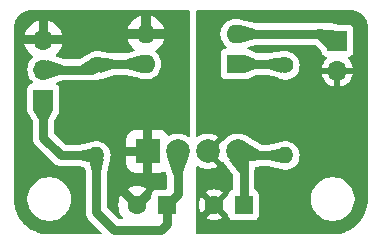
<source format=gbr>
%TF.GenerationSoftware,KiCad,Pcbnew,8.0.7*%
%TF.CreationDate,2025-01-25T10:49:13-05:00*%
%TF.ProjectId,isolated_probe,69736f6c-6174-4656-945f-70726f62652e,rev?*%
%TF.SameCoordinates,PX90013c0PY5d75c80*%
%TF.FileFunction,Copper,L2,Bot*%
%TF.FilePolarity,Positive*%
%FSLAX46Y46*%
G04 Gerber Fmt 4.6, Leading zero omitted, Abs format (unit mm)*
G04 Created by KiCad (PCBNEW 8.0.7) date 2025-01-25 10:49:13*
%MOMM*%
%LPD*%
G01*
G04 APERTURE LIST*
%TA.AperFunction,ComponentPad*%
%ADD10R,1.600000X1.600000*%
%TD*%
%TA.AperFunction,ComponentPad*%
%ADD11C,1.600000*%
%TD*%
%TA.AperFunction,ComponentPad*%
%ADD12C,1.400000*%
%TD*%
%TA.AperFunction,ComponentPad*%
%ADD13O,1.400000X1.400000*%
%TD*%
%TA.AperFunction,ComponentPad*%
%ADD14O,1.600000X1.600000*%
%TD*%
%TA.AperFunction,ComponentPad*%
%ADD15R,1.700000X1.700000*%
%TD*%
%TA.AperFunction,ComponentPad*%
%ADD16O,1.700000X1.700000*%
%TD*%
%TA.AperFunction,ComponentPad*%
%ADD17R,2.000000X2.000000*%
%TD*%
%TA.AperFunction,ComponentPad*%
%ADD18C,2.000000*%
%TD*%
%TA.AperFunction,Conductor*%
%ADD19C,0.800000*%
%TD*%
G04 APERTURE END LIST*
D10*
%TO.P,C1,1*%
%TO.N,+5V*%
X14455113Y-18000000D03*
D11*
%TO.P,C1,2*%
%TO.N,GND*%
X11955113Y-18000000D03*
%TD*%
D10*
%TO.P,C2,1*%
%TO.N,/+5V_ISOLATED*%
X20955113Y-18000000D03*
D11*
%TO.P,C2,2*%
%TO.N,GND1*%
X18455113Y-18000000D03*
%TD*%
D12*
%TO.P,R2,1*%
%TO.N,Net-(R2-Pad1)*%
X24500000Y-6190000D03*
D13*
%TO.P,R2,2*%
%TO.N,/+5V_ISOLATED*%
X24500000Y-13810000D03*
%TD*%
D12*
%TO.P,R1,1*%
%TO.N,/PROBE*%
X8500000Y-6190000D03*
D13*
%TO.P,R1,2*%
%TO.N,+5V*%
X8500000Y-13810000D03*
%TD*%
D10*
%TO.P,U2,1*%
%TO.N,Net-(R2-Pad1)*%
X20300000Y-6075000D03*
D14*
%TO.P,U2,2*%
%TO.N,/PROBE_ISOLATED*%
X20300000Y-3535000D03*
%TO.P,U2,3*%
%TO.N,GND*%
X12680000Y-3535000D03*
%TO.P,U2,4*%
%TO.N,/PROBE*%
X12680000Y-6075000D03*
%TD*%
D15*
%TO.P,J2,1,Pin_1*%
%TO.N,/PROBE_ISOLATED*%
X28900000Y-4100000D03*
D16*
%TO.P,J2,2,Pin_2*%
%TO.N,GND1*%
X28900000Y-6640000D03*
%TD*%
D15*
%TO.P,J1,1,Pin_1*%
%TO.N,+5V*%
X4000000Y-9080000D03*
D16*
%TO.P,J1,2,Pin_2*%
%TO.N,/PROBE*%
X4000000Y-6540000D03*
%TO.P,J1,3,Pin_3*%
%TO.N,GND*%
X4000000Y-4000000D03*
%TD*%
D17*
%TO.P,U1,1,-Vin*%
%TO.N,GND*%
X12832500Y-13457500D03*
D18*
%TO.P,U1,2,+Vin*%
%TO.N,+5V*%
X15372500Y-13457500D03*
%TO.P,U1,3,-Vout*%
%TO.N,GND1*%
X17912500Y-13457500D03*
%TO.P,U1,4,+Vout*%
%TO.N,/+5V_ISOLATED*%
X20452500Y-13457500D03*
%TD*%
D19*
%TO.N,+5V*%
X14000000Y-20100000D02*
X10000000Y-20100000D01*
X14455113Y-19644887D02*
X14000000Y-20100000D01*
X14455113Y-18000000D02*
X14455113Y-19644887D01*
X10000000Y-20100000D02*
X8500000Y-18600000D01*
X8500000Y-18600000D02*
X8500000Y-13810000D01*
X8500000Y-13810000D02*
X5510000Y-13810000D01*
X5510000Y-13810000D02*
X4000000Y-12300000D01*
X4000000Y-12300000D02*
X4000000Y-9080000D01*
X15372500Y-13457500D02*
X15372500Y-17082613D01*
X15372500Y-17082613D02*
X14455113Y-18000000D01*
%TO.N,/+5V_ISOLATED*%
X24500000Y-13810000D02*
X20805000Y-13810000D01*
X20805000Y-13810000D02*
X20452500Y-13457500D01*
X20955113Y-18000000D02*
X20955113Y-13960113D01*
X20955113Y-13960113D02*
X20452500Y-13457500D01*
%TO.N,/PROBE*%
X4000000Y-6540000D02*
X8150000Y-6540000D01*
X8150000Y-6540000D02*
X8500000Y-6190000D01*
X12680000Y-6075000D02*
X8615000Y-6075000D01*
X8615000Y-6075000D02*
X8500000Y-6190000D01*
%TO.N,Net-(R2-Pad1)*%
X20300000Y-6075000D02*
X24385000Y-6075000D01*
X24385000Y-6075000D02*
X24500000Y-6190000D01*
%TO.N,/PROBE_ISOLATED*%
X20300000Y-3535000D02*
X28335000Y-3535000D01*
X28335000Y-3535000D02*
X28900000Y-4100000D01*
%TD*%
%TA.AperFunction,Conductor*%
%TO.N,GND*%
G36*
X16343039Y-1520185D02*
G01*
X16388794Y-1572989D01*
X16400000Y-1624500D01*
X16400000Y-12102153D01*
X16380315Y-12169192D01*
X16327511Y-12214947D01*
X16258353Y-12224891D01*
X16199839Y-12200007D01*
X16199738Y-12199928D01*
X16196009Y-12197026D01*
X16196008Y-12197025D01*
X15977311Y-12078672D01*
X15977302Y-12078669D01*
X15742116Y-11997929D01*
X15496835Y-11957000D01*
X15248165Y-11957000D01*
X15002883Y-11997929D01*
X14767694Y-12078670D01*
X14767686Y-12078673D01*
X14699432Y-12115610D01*
X14631103Y-12130204D01*
X14565731Y-12105540D01*
X14535422Y-12072526D01*
X14461922Y-11955551D01*
X14334448Y-11828077D01*
X14181801Y-11732163D01*
X14011641Y-11672622D01*
X13877430Y-11657500D01*
X13232500Y-11657500D01*
X13232500Y-13150394D01*
X13139507Y-13057401D01*
X13025493Y-12991575D01*
X12898326Y-12957500D01*
X12766674Y-12957500D01*
X12639507Y-12991575D01*
X12525493Y-13057401D01*
X12432401Y-13150493D01*
X12366575Y-13264507D01*
X12332500Y-13391674D01*
X12332500Y-13523326D01*
X12366575Y-13650493D01*
X12432401Y-13764507D01*
X12525493Y-13857599D01*
X12639507Y-13923425D01*
X12766674Y-13957500D01*
X12898326Y-13957500D01*
X13025493Y-13923425D01*
X13139507Y-13857599D01*
X13232500Y-13764606D01*
X13232500Y-15257500D01*
X13877430Y-15257500D01*
X13877430Y-15257499D01*
X14011641Y-15242377D01*
X14181798Y-15182837D01*
X14181806Y-15182833D01*
X14188501Y-15178627D01*
X14255737Y-15159625D01*
X14322573Y-15179991D01*
X14367788Y-15233258D01*
X14372441Y-15245407D01*
X14381811Y-15274334D01*
X14465966Y-15534136D01*
X14472000Y-15572345D01*
X14472000Y-16575500D01*
X14452315Y-16642539D01*
X14399511Y-16688294D01*
X14348000Y-16699500D01*
X13607242Y-16699500D01*
X13607236Y-16699501D01*
X13547629Y-16705908D01*
X13412784Y-16756202D01*
X13412777Y-16756206D01*
X13297568Y-16842452D01*
X13297565Y-16842455D01*
X13211319Y-16957664D01*
X13211315Y-16957671D01*
X13161021Y-17092517D01*
X13154614Y-17152116D01*
X13154613Y-17152135D01*
X13154613Y-17314823D01*
X13134928Y-17381862D01*
X13118294Y-17402504D01*
X12325636Y-18195161D01*
X12294502Y-18212161D01*
X12327854Y-18154394D01*
X12355113Y-18052661D01*
X12355113Y-17947339D01*
X12327854Y-17845606D01*
X12275193Y-17754394D01*
X12200719Y-17679920D01*
X12109507Y-17627259D01*
X12007774Y-17600000D01*
X11902452Y-17600000D01*
X11800719Y-17627259D01*
X11709507Y-17679920D01*
X11635033Y-17754394D01*
X11582372Y-17845606D01*
X11555113Y-17947339D01*
X11555113Y-18052661D01*
X11582372Y-18154394D01*
X11618486Y-18216946D01*
X11584589Y-18195161D01*
X10576655Y-17187226D01*
X10576654Y-17187226D01*
X10525096Y-17271364D01*
X10525090Y-17271376D01*
X10428716Y-17504043D01*
X10369925Y-17748927D01*
X10350165Y-18000000D01*
X10369925Y-18251072D01*
X10428716Y-18495956D01*
X10525093Y-18728631D01*
X10656681Y-18943362D01*
X10656684Y-18943367D01*
X10700756Y-18994968D01*
X10729327Y-19058729D01*
X10718890Y-19127815D01*
X10672760Y-19180291D01*
X10606466Y-19199500D01*
X10424361Y-19199500D01*
X10357322Y-19179815D01*
X10336680Y-19163181D01*
X9436819Y-18263319D01*
X9403334Y-18201996D01*
X9400500Y-18175638D01*
X9400500Y-16621541D01*
X11142339Y-16621541D01*
X11142339Y-16621542D01*
X11955112Y-17434314D01*
X12767885Y-16621542D01*
X12683742Y-16569980D01*
X12683736Y-16569977D01*
X12451069Y-16473603D01*
X12206185Y-16414812D01*
X11955113Y-16395052D01*
X11704040Y-16414812D01*
X11459156Y-16473603D01*
X11226489Y-16569977D01*
X11226477Y-16569983D01*
X11142339Y-16621541D01*
X9400500Y-16621541D01*
X9400500Y-15300737D01*
X9403341Y-15274344D01*
X9571559Y-14502430D01*
X11032500Y-14502430D01*
X11047622Y-14636641D01*
X11107163Y-14806801D01*
X11203077Y-14959448D01*
X11330551Y-15086922D01*
X11483198Y-15182836D01*
X11653358Y-15242377D01*
X11787569Y-15257499D01*
X11787570Y-15257500D01*
X12432500Y-15257500D01*
X12432500Y-13857500D01*
X11032500Y-13857500D01*
X11032500Y-14502430D01*
X9571559Y-14502430D01*
X9637580Y-14199477D01*
X9639446Y-14192043D01*
X9685115Y-14031536D01*
X9705643Y-13810000D01*
X9685115Y-13588464D01*
X9624229Y-13374472D01*
X9569473Y-13264507D01*
X9525061Y-13175316D01*
X9525056Y-13175308D01*
X9390979Y-12997761D01*
X9226562Y-12847876D01*
X9226560Y-12847874D01*
X9037404Y-12730754D01*
X9037398Y-12730752D01*
X9026544Y-12726547D01*
X8829940Y-12650382D01*
X8611243Y-12609500D01*
X8388757Y-12609500D01*
X8279408Y-12629941D01*
X8170058Y-12650382D01*
X8170050Y-12650385D01*
X8125563Y-12667619D01*
X8107174Y-12673148D01*
X7035663Y-12906656D01*
X7009260Y-12909500D01*
X5934361Y-12909500D01*
X5867322Y-12889815D01*
X5846680Y-12873181D01*
X5386069Y-12412569D01*
X11032500Y-12412569D01*
X11032500Y-13057500D01*
X12432500Y-13057500D01*
X12432500Y-11657500D01*
X11787570Y-11657500D01*
X11653358Y-11672622D01*
X11483198Y-11732163D01*
X11330551Y-11828077D01*
X11203077Y-11955551D01*
X11107163Y-12108198D01*
X11047622Y-12278358D01*
X11032500Y-12412569D01*
X5386069Y-12412569D01*
X4936819Y-11963319D01*
X4903334Y-11901996D01*
X4900500Y-11875638D01*
X4900500Y-10945797D01*
X4914910Y-10887779D01*
X5289473Y-10180270D01*
X5289638Y-10179957D01*
X5290383Y-10178574D01*
X5293789Y-10172339D01*
X5293796Y-10172331D01*
X5308746Y-10132244D01*
X5309064Y-10131405D01*
X5336506Y-10059668D01*
X5336508Y-10059664D01*
X5336510Y-10059652D01*
X5337640Y-10056063D01*
X5337695Y-10056080D01*
X5340346Y-10047520D01*
X5344091Y-10037483D01*
X5350500Y-9977873D01*
X5350499Y-8182128D01*
X5344091Y-8122517D01*
X5293796Y-7987669D01*
X5293795Y-7987668D01*
X5293793Y-7987664D01*
X5207547Y-7872456D01*
X5207548Y-7872456D01*
X5207546Y-7872454D01*
X5147054Y-7827170D01*
X5105185Y-7771238D01*
X5100201Y-7701546D01*
X5133686Y-7640223D01*
X5187902Y-7608506D01*
X5770924Y-7445101D01*
X5804388Y-7440500D01*
X7193669Y-7440500D01*
X7206555Y-7441171D01*
X7239859Y-7444651D01*
X7239866Y-7444650D01*
X7239870Y-7444651D01*
X7344706Y-7440593D01*
X7349502Y-7440500D01*
X8238693Y-7440500D01*
X8238694Y-7440499D01*
X8412666Y-7405895D01*
X8412680Y-7405888D01*
X8418491Y-7404127D01*
X8418787Y-7405104D01*
X8452505Y-7397716D01*
X8508319Y-7395556D01*
X8552161Y-7391943D01*
X8552163Y-7391942D01*
X8557919Y-7391468D01*
X8557935Y-7391665D01*
X8571205Y-7390500D01*
X8611241Y-7390500D01*
X8611243Y-7390500D01*
X8829940Y-7349618D01*
X8900039Y-7322460D01*
X8923552Y-7315928D01*
X8934875Y-7313957D01*
X9954057Y-6981610D01*
X9992500Y-6975500D01*
X10979799Y-6975500D01*
X11011235Y-6979550D01*
X12213644Y-7294688D01*
X12228380Y-7300006D01*
X12228423Y-7299889D01*
X12233498Y-7301736D01*
X12233504Y-7301739D01*
X12233509Y-7301740D01*
X12233511Y-7301741D01*
X12279099Y-7313956D01*
X12453308Y-7360635D01*
X12615230Y-7374801D01*
X12679998Y-7380468D01*
X12680000Y-7380468D01*
X12680002Y-7380468D01*
X12736673Y-7375509D01*
X12906692Y-7360635D01*
X13126496Y-7301739D01*
X13332734Y-7205568D01*
X13519139Y-7075047D01*
X13680047Y-6914139D01*
X13810568Y-6727734D01*
X13906739Y-6521496D01*
X13965635Y-6301692D01*
X13985468Y-6075000D01*
X13965635Y-5848308D01*
X13906739Y-5628504D01*
X13810568Y-5422266D01*
X13680047Y-5235861D01*
X13680045Y-5235858D01*
X13520210Y-5076023D01*
X13486725Y-5014700D01*
X13491709Y-4945008D01*
X13533581Y-4889075D01*
X13543102Y-4882614D01*
X13623366Y-4833429D01*
X13623367Y-4833428D01*
X13814869Y-4669869D01*
X13978428Y-4478367D01*
X13978431Y-4478362D01*
X14110019Y-4263631D01*
X14206396Y-4030956D01*
X14229433Y-3935000D01*
X12732661Y-3935000D01*
X12834394Y-3907741D01*
X12925606Y-3855080D01*
X13000080Y-3780606D01*
X13052741Y-3689394D01*
X13080000Y-3587661D01*
X13080000Y-3482339D01*
X13052741Y-3380606D01*
X13000080Y-3289394D01*
X12925606Y-3214920D01*
X12834394Y-3162259D01*
X12732661Y-3135000D01*
X13080000Y-3135000D01*
X14229433Y-3135000D01*
X14229432Y-3134999D01*
X14206396Y-3039043D01*
X14110019Y-2806368D01*
X13978431Y-2591637D01*
X13978428Y-2591632D01*
X13814869Y-2400130D01*
X13623367Y-2236571D01*
X13623362Y-2236568D01*
X13408631Y-2104980D01*
X13175956Y-2008603D01*
X13080000Y-1985567D01*
X13080000Y-3135000D01*
X12732661Y-3135000D01*
X12627339Y-3135000D01*
X12525606Y-3162259D01*
X12434394Y-3214920D01*
X12359920Y-3289394D01*
X12307259Y-3380606D01*
X12280000Y-3482339D01*
X12280000Y-3587661D01*
X12307259Y-3689394D01*
X12359920Y-3780606D01*
X12434394Y-3855080D01*
X12525606Y-3907741D01*
X12627339Y-3935000D01*
X11130567Y-3935000D01*
X11153603Y-4030956D01*
X11249980Y-4263631D01*
X11381568Y-4478362D01*
X11381571Y-4478367D01*
X11545130Y-4669869D01*
X11687830Y-4791747D01*
X11726023Y-4850254D01*
X11726522Y-4920122D01*
X11689168Y-4979168D01*
X11638736Y-5005986D01*
X11239002Y-5110753D01*
X11011231Y-5170449D01*
X10979796Y-5174500D01*
X9955999Y-5174500D01*
X9938743Y-5172725D01*
X9938676Y-5173227D01*
X9934289Y-5172637D01*
X9934287Y-5172637D01*
X9587550Y-5126057D01*
X8717109Y-5009123D01*
X8710835Y-5008116D01*
X8625277Y-4992123D01*
X8611243Y-4989500D01*
X8611242Y-4989500D01*
X8574061Y-4989500D01*
X8561648Y-4988877D01*
X8560045Y-4988715D01*
X8547073Y-4987410D01*
X8545550Y-4987308D01*
X8545530Y-4987307D01*
X8452012Y-4989117D01*
X8446310Y-4989500D01*
X8388757Y-4989500D01*
X8170060Y-5030382D01*
X8104463Y-5055794D01*
X7962602Y-5110751D01*
X7839805Y-5186783D01*
X7836962Y-5188491D01*
X7693424Y-5272138D01*
X7091968Y-5622636D01*
X7029537Y-5639500D01*
X5804390Y-5639500D01*
X5770926Y-5634899D01*
X5469857Y-5550517D01*
X5133003Y-5456105D01*
X5073764Y-5419058D01*
X5043957Y-5355866D01*
X5053047Y-5286590D01*
X5085937Y-5242416D01*
X5170331Y-5170336D01*
X5339008Y-4972841D01*
X5339009Y-4972840D01*
X5474707Y-4751400D01*
X5474709Y-4751397D01*
X5574097Y-4511452D01*
X5600854Y-4400000D01*
X4307106Y-4400000D01*
X4400099Y-4307007D01*
X4465925Y-4192993D01*
X4500000Y-4065826D01*
X4500000Y-3934174D01*
X4465925Y-3807007D01*
X4400099Y-3692993D01*
X4307106Y-3600000D01*
X4400000Y-3600000D01*
X5600854Y-3600000D01*
X5600853Y-3599999D01*
X5574097Y-3488547D01*
X5474709Y-3248602D01*
X5474707Y-3248599D01*
X5405093Y-3134999D01*
X11130567Y-3134999D01*
X11130567Y-3135000D01*
X12280000Y-3135000D01*
X12280000Y-1985567D01*
X12279999Y-1985567D01*
X12184043Y-2008603D01*
X11951368Y-2104980D01*
X11736637Y-2236568D01*
X11736632Y-2236571D01*
X11545130Y-2400130D01*
X11381571Y-2591632D01*
X11381568Y-2591637D01*
X11249980Y-2806368D01*
X11153603Y-3039043D01*
X11130567Y-3134999D01*
X5405093Y-3134999D01*
X5339009Y-3027159D01*
X5339008Y-3027158D01*
X5170333Y-2829666D01*
X4972841Y-2660991D01*
X4972840Y-2660990D01*
X4751400Y-2525292D01*
X4751397Y-2525290D01*
X4511452Y-2425902D01*
X4400000Y-2399146D01*
X4400000Y-3600000D01*
X4307106Y-3600000D01*
X4307007Y-3599901D01*
X4192993Y-3534075D01*
X4065826Y-3500000D01*
X3934174Y-3500000D01*
X3807007Y-3534075D01*
X3692993Y-3599901D01*
X3599901Y-3692993D01*
X3534075Y-3807007D01*
X3500000Y-3934174D01*
X3500000Y-4065826D01*
X3534075Y-4192993D01*
X3599901Y-4307007D01*
X3692894Y-4400000D01*
X2399146Y-4400000D01*
X2425902Y-4511452D01*
X2525290Y-4751397D01*
X2525292Y-4751400D01*
X2660990Y-4972840D01*
X2660991Y-4972841D01*
X2829666Y-5170333D01*
X3027158Y-5339008D01*
X3027160Y-5339009D01*
X3056695Y-5357109D01*
X3103571Y-5408921D01*
X3114993Y-5477851D01*
X3087335Y-5542014D01*
X3079586Y-5550517D01*
X2961505Y-5668597D01*
X2825965Y-5862169D01*
X2825964Y-5862171D01*
X2732401Y-6062816D01*
X2726721Y-6075000D01*
X2726098Y-6076335D01*
X2726094Y-6076344D01*
X2664938Y-6304586D01*
X2664936Y-6304596D01*
X2644341Y-6539999D01*
X2644341Y-6540000D01*
X2664936Y-6775403D01*
X2664938Y-6775413D01*
X2726094Y-7003655D01*
X2726096Y-7003659D01*
X2726097Y-7003663D01*
X2759383Y-7075045D01*
X2825965Y-7217830D01*
X2825967Y-7217834D01*
X2896127Y-7318032D01*
X2952523Y-7398574D01*
X2961501Y-7411395D01*
X2961506Y-7411402D01*
X3083430Y-7533326D01*
X3116915Y-7594649D01*
X3111931Y-7664341D01*
X3070059Y-7720274D01*
X3039083Y-7737189D01*
X2907669Y-7786203D01*
X2907664Y-7786206D01*
X2792455Y-7872452D01*
X2792452Y-7872455D01*
X2706206Y-7987664D01*
X2706202Y-7987671D01*
X2655908Y-8122517D01*
X2649501Y-8182116D01*
X2649501Y-8182123D01*
X2649500Y-8182135D01*
X2649500Y-9977870D01*
X2649501Y-9977876D01*
X2655908Y-10037483D01*
X2706203Y-10172329D01*
X2709776Y-10178875D01*
X2710526Y-10180270D01*
X3085090Y-10887779D01*
X3099500Y-10945797D01*
X3099500Y-12388696D01*
X3134103Y-12562659D01*
X3134105Y-12562666D01*
X3146093Y-12591605D01*
X3146094Y-12591609D01*
X3201984Y-12726542D01*
X3201985Y-12726543D01*
X3201987Y-12726547D01*
X3211573Y-12740893D01*
X3248979Y-12796874D01*
X3248979Y-12796875D01*
X3300537Y-12874038D01*
X3300540Y-12874041D01*
X4810536Y-14384035D01*
X4928931Y-14502430D01*
X4935966Y-14509465D01*
X5083446Y-14608009D01*
X5083459Y-14608016D01*
X5206363Y-14658923D01*
X5247334Y-14675894D01*
X5247336Y-14675894D01*
X5247341Y-14675896D01*
X5421304Y-14710499D01*
X5421307Y-14710500D01*
X5421309Y-14710500D01*
X7009266Y-14710500D01*
X7035660Y-14713342D01*
X7418483Y-14796768D01*
X7479788Y-14830273D01*
X7513231Y-14891519D01*
X7587704Y-15233258D01*
X7596656Y-15274334D01*
X7599500Y-15300737D01*
X7599500Y-18688696D01*
X7634103Y-18862658D01*
X7634105Y-18862666D01*
X7668046Y-18944606D01*
X7668046Y-18944607D01*
X7701984Y-19026542D01*
X7701985Y-19026544D01*
X7761063Y-19114960D01*
X7800537Y-19174038D01*
X7800540Y-19174041D01*
X8914320Y-20287819D01*
X8947805Y-20349142D01*
X8942821Y-20418833D01*
X8900950Y-20474767D01*
X8835485Y-20499184D01*
X8826639Y-20499500D01*
X4503246Y-20499500D01*
X4496756Y-20499330D01*
X4493970Y-20499184D01*
X4491815Y-20499071D01*
X4192953Y-20483407D01*
X4180046Y-20482050D01*
X3882794Y-20434971D01*
X3870097Y-20432273D01*
X3579376Y-20354374D01*
X3567033Y-20350363D01*
X3286064Y-20242510D01*
X3274206Y-20237231D01*
X3006036Y-20100591D01*
X2994796Y-20094101D01*
X2742391Y-19930187D01*
X2731890Y-19922558D01*
X2497989Y-19733149D01*
X2488344Y-19724464D01*
X2275535Y-19511655D01*
X2266850Y-19502010D01*
X2077441Y-19268109D01*
X2069812Y-19257608D01*
X2060842Y-19243796D01*
X1905896Y-19005199D01*
X1899408Y-18993963D01*
X1874259Y-18944606D01*
X1762767Y-18725790D01*
X1757489Y-18713935D01*
X1686994Y-18530289D01*
X1649635Y-18432965D01*
X1645625Y-18420623D01*
X1632795Y-18372741D01*
X1567724Y-18129896D01*
X1565028Y-18117205D01*
X1561685Y-18096100D01*
X1517949Y-17819953D01*
X1516592Y-17807046D01*
X1500670Y-17503243D01*
X1500500Y-17496753D01*
X1500500Y-17378711D01*
X2649500Y-17378711D01*
X2649500Y-17621288D01*
X2681161Y-17861785D01*
X2743947Y-18096104D01*
X2798166Y-18227000D01*
X2836776Y-18320212D01*
X2958064Y-18530289D01*
X2958066Y-18530292D01*
X2958067Y-18530293D01*
X3105733Y-18722736D01*
X3105739Y-18722743D01*
X3277256Y-18894260D01*
X3277263Y-18894266D01*
X3341253Y-18943367D01*
X3469711Y-19041936D01*
X3679788Y-19163224D01*
X3903900Y-19256054D01*
X4138211Y-19318838D01*
X4318586Y-19342584D01*
X4378711Y-19350500D01*
X4378712Y-19350500D01*
X4621289Y-19350500D01*
X4669388Y-19344167D01*
X4861789Y-19318838D01*
X5096100Y-19256054D01*
X5320212Y-19163224D01*
X5530289Y-19041936D01*
X5722738Y-18894265D01*
X5894265Y-18722738D01*
X6041936Y-18530289D01*
X6163224Y-18320212D01*
X6256054Y-18096100D01*
X6318838Y-17861789D01*
X6350500Y-17621288D01*
X6350500Y-17378712D01*
X6318838Y-17138211D01*
X6256054Y-16903900D01*
X6163224Y-16679788D01*
X6041936Y-16469711D01*
X5894265Y-16277262D01*
X5894260Y-16277256D01*
X5722743Y-16105739D01*
X5722736Y-16105733D01*
X5530293Y-15958067D01*
X5530292Y-15958066D01*
X5530289Y-15958064D01*
X5320212Y-15836776D01*
X5320205Y-15836773D01*
X5096104Y-15743947D01*
X4861785Y-15681161D01*
X4621289Y-15649500D01*
X4621288Y-15649500D01*
X4378712Y-15649500D01*
X4378711Y-15649500D01*
X4138214Y-15681161D01*
X3903895Y-15743947D01*
X3679794Y-15836773D01*
X3679785Y-15836777D01*
X3469706Y-15958067D01*
X3277263Y-16105733D01*
X3277256Y-16105739D01*
X3105739Y-16277256D01*
X3105733Y-16277263D01*
X2958067Y-16469706D01*
X2836777Y-16679785D01*
X2836773Y-16679794D01*
X2743947Y-16903895D01*
X2681161Y-17138214D01*
X2649500Y-17378711D01*
X1500500Y-17378711D01*
X1500500Y-3599999D01*
X2399146Y-3599999D01*
X2399146Y-3600000D01*
X3600000Y-3600000D01*
X3600000Y-2399146D01*
X3599999Y-2399146D01*
X3488547Y-2425902D01*
X3248602Y-2525290D01*
X3248599Y-2525292D01*
X3027159Y-2660990D01*
X3027158Y-2660991D01*
X2829666Y-2829666D01*
X2660991Y-3027158D01*
X2660990Y-3027159D01*
X2525292Y-3248599D01*
X2525290Y-3248602D01*
X2425902Y-3488547D01*
X2399146Y-3599999D01*
X1500500Y-3599999D01*
X1500500Y-3004427D01*
X1500816Y-2995581D01*
X1511318Y-2848748D01*
X1515130Y-2795436D01*
X1517646Y-2777938D01*
X1559356Y-2586199D01*
X1564333Y-2569248D01*
X1632911Y-2385385D01*
X1640259Y-2369298D01*
X1712733Y-2236571D01*
X1734291Y-2197089D01*
X1743845Y-2182221D01*
X1861448Y-2025123D01*
X1873020Y-2011769D01*
X2011769Y-1873020D01*
X2025123Y-1861448D01*
X2182221Y-1743845D01*
X2197089Y-1734291D01*
X2369298Y-1640258D01*
X2385385Y-1632911D01*
X2569248Y-1564333D01*
X2586199Y-1559356D01*
X2777938Y-1517646D01*
X2795436Y-1515130D01*
X2995582Y-1500816D01*
X3004428Y-1500500D01*
X16276000Y-1500500D01*
X16343039Y-1520185D01*
G37*
%TD.AperFunction*%
%TD*%
%TA.AperFunction,Conductor*%
%TO.N,GND1*%
G36*
X30004418Y-1500816D02*
G01*
X30204561Y-1515130D01*
X30222063Y-1517647D01*
X30413797Y-1559355D01*
X30430755Y-1564334D01*
X30592064Y-1624500D01*
X30614609Y-1632909D01*
X30630701Y-1640259D01*
X30802904Y-1734288D01*
X30817784Y-1743849D01*
X30974867Y-1861441D01*
X30988237Y-1873027D01*
X31126972Y-2011762D01*
X31138558Y-2025132D01*
X31256146Y-2182210D01*
X31265711Y-2197095D01*
X31359740Y-2369298D01*
X31367090Y-2385390D01*
X31435662Y-2569236D01*
X31440646Y-2586212D01*
X31482351Y-2777931D01*
X31484869Y-2795442D01*
X31499184Y-2995580D01*
X31499500Y-3004427D01*
X31499500Y-17496753D01*
X31499330Y-17503243D01*
X31483407Y-17807046D01*
X31482050Y-17819953D01*
X31434971Y-18117205D01*
X31432273Y-18129902D01*
X31354374Y-18420623D01*
X31350363Y-18432966D01*
X31242510Y-18713935D01*
X31237231Y-18725793D01*
X31100591Y-18993963D01*
X31094101Y-19005203D01*
X30930187Y-19257608D01*
X30922558Y-19268109D01*
X30733149Y-19502010D01*
X30724464Y-19511655D01*
X30511655Y-19724464D01*
X30502010Y-19733149D01*
X30268109Y-19922558D01*
X30257608Y-19930187D01*
X30005203Y-20094101D01*
X29993963Y-20100591D01*
X29725793Y-20237231D01*
X29713935Y-20242510D01*
X29432966Y-20350363D01*
X29420623Y-20354374D01*
X29129902Y-20432273D01*
X29117205Y-20434971D01*
X28819953Y-20482050D01*
X28807046Y-20483407D01*
X28503244Y-20499330D01*
X28496754Y-20499500D01*
X17024000Y-20499500D01*
X16956961Y-20479815D01*
X16911206Y-20427011D01*
X16900000Y-20375500D01*
X16900000Y-14823032D01*
X16919685Y-14755993D01*
X16972489Y-14710238D01*
X17041647Y-14700294D01*
X17084103Y-14716316D01*
X17084755Y-14715113D01*
X17307885Y-14835864D01*
X17307896Y-14835869D01*
X17543006Y-14916583D01*
X17788207Y-14957500D01*
X18036793Y-14957500D01*
X18281993Y-14916583D01*
X18517103Y-14835869D01*
X18517114Y-14835864D01*
X18735730Y-14717556D01*
X18735736Y-14717551D01*
X18782555Y-14681110D01*
X18782556Y-14681109D01*
X18041909Y-13940462D01*
X18105493Y-13923425D01*
X18219507Y-13857599D01*
X18312599Y-13764507D01*
X18378425Y-13650493D01*
X18395462Y-13586909D01*
X19135934Y-14327381D01*
X19147360Y-14326197D01*
X19216073Y-14338860D01*
X19260592Y-14378694D01*
X19261183Y-14378235D01*
X19263718Y-14381492D01*
X19263956Y-14381705D01*
X19264332Y-14382281D01*
X19264336Y-14382285D01*
X19327503Y-14450904D01*
X19337267Y-14462940D01*
X20031607Y-15437612D01*
X20054471Y-15503634D01*
X20054613Y-15509558D01*
X20054613Y-16617209D01*
X20034928Y-16684248D01*
X19982124Y-16730003D01*
X19973946Y-16733391D01*
X19912784Y-16756202D01*
X19912777Y-16756206D01*
X19797568Y-16842452D01*
X19797565Y-16842455D01*
X19711319Y-16957664D01*
X19711315Y-16957671D01*
X19661021Y-17092517D01*
X19654614Y-17152116D01*
X19654614Y-17152123D01*
X19654435Y-17155452D01*
X19652960Y-17155372D01*
X19634928Y-17216784D01*
X19582124Y-17262539D01*
X19538635Y-17270029D01*
X18855113Y-17953551D01*
X18855113Y-17947339D01*
X18827854Y-17845606D01*
X18775193Y-17754394D01*
X18700719Y-17679920D01*
X18609507Y-17627259D01*
X18507774Y-17600000D01*
X18501558Y-17600000D01*
X19180585Y-16920974D01*
X19107591Y-16869863D01*
X18901444Y-16773735D01*
X18901430Y-16773730D01*
X18681723Y-16714860D01*
X18681712Y-16714858D01*
X18455115Y-16695034D01*
X18455111Y-16695034D01*
X18228513Y-16714858D01*
X18228502Y-16714860D01*
X18008795Y-16773730D01*
X18008786Y-16773734D01*
X17802629Y-16869866D01*
X17802625Y-16869868D01*
X17729639Y-16920973D01*
X17729639Y-16920974D01*
X18408666Y-17600000D01*
X18402452Y-17600000D01*
X18300719Y-17627259D01*
X18209507Y-17679920D01*
X18135033Y-17754394D01*
X18082372Y-17845606D01*
X18055113Y-17947339D01*
X18055113Y-17953552D01*
X17376087Y-17274526D01*
X17376086Y-17274526D01*
X17324981Y-17347512D01*
X17324979Y-17347516D01*
X17228847Y-17553673D01*
X17228843Y-17553682D01*
X17169973Y-17773389D01*
X17169971Y-17773400D01*
X17150147Y-17999997D01*
X17150147Y-18000002D01*
X17169971Y-18226599D01*
X17169973Y-18226610D01*
X17228843Y-18446317D01*
X17228848Y-18446331D01*
X17324976Y-18652478D01*
X17376087Y-18725472D01*
X18055113Y-18046446D01*
X18055113Y-18052661D01*
X18082372Y-18154394D01*
X18135033Y-18245606D01*
X18209507Y-18320080D01*
X18300719Y-18372741D01*
X18402452Y-18400000D01*
X18408666Y-18400000D01*
X17729639Y-19079025D01*
X17802626Y-19130132D01*
X17802634Y-19130136D01*
X18008781Y-19226264D01*
X18008795Y-19226269D01*
X18228502Y-19285139D01*
X18228513Y-19285141D01*
X18455111Y-19304966D01*
X18455115Y-19304966D01*
X18681712Y-19285141D01*
X18681723Y-19285139D01*
X18901430Y-19226269D01*
X18901444Y-19226264D01*
X19107591Y-19130136D01*
X19180584Y-19079024D01*
X18501560Y-18400000D01*
X18507774Y-18400000D01*
X18609507Y-18372741D01*
X18700719Y-18320080D01*
X18775193Y-18245606D01*
X18827854Y-18154394D01*
X18855113Y-18052661D01*
X18855113Y-18046447D01*
X19539310Y-18730644D01*
X19588305Y-18740491D01*
X19638488Y-18789106D01*
X19653162Y-18844632D01*
X19654212Y-18844576D01*
X19654259Y-18844571D01*
X19654259Y-18844573D01*
X19654437Y-18844564D01*
X19654614Y-18847876D01*
X19661021Y-18907483D01*
X19711315Y-19042328D01*
X19711319Y-19042335D01*
X19797565Y-19157544D01*
X19797568Y-19157547D01*
X19912777Y-19243793D01*
X19912784Y-19243797D01*
X20047630Y-19294091D01*
X20047629Y-19294091D01*
X20054557Y-19294835D01*
X20107240Y-19300500D01*
X21802985Y-19300499D01*
X21862596Y-19294091D01*
X21997444Y-19243796D01*
X22112659Y-19157546D01*
X22198909Y-19042331D01*
X22249204Y-18907483D01*
X22255613Y-18847873D01*
X22255612Y-17378711D01*
X26649500Y-17378711D01*
X26649500Y-17621288D01*
X26681161Y-17861785D01*
X26743947Y-18096104D01*
X26757947Y-18129902D01*
X26836776Y-18320212D01*
X26958064Y-18530289D01*
X26958066Y-18530292D01*
X26958067Y-18530293D01*
X27105733Y-18722736D01*
X27105739Y-18722743D01*
X27277256Y-18894260D01*
X27277262Y-18894265D01*
X27469711Y-19041936D01*
X27679788Y-19163224D01*
X27903900Y-19256054D01*
X28138211Y-19318838D01*
X28318586Y-19342584D01*
X28378711Y-19350500D01*
X28378712Y-19350500D01*
X28621289Y-19350500D01*
X28669388Y-19344167D01*
X28861789Y-19318838D01*
X29096100Y-19256054D01*
X29320212Y-19163224D01*
X29530289Y-19041936D01*
X29722738Y-18894265D01*
X29894265Y-18722738D01*
X30041936Y-18530289D01*
X30163224Y-18320212D01*
X30256054Y-18096100D01*
X30318838Y-17861789D01*
X30350500Y-17621288D01*
X30350500Y-17378712D01*
X30318838Y-17138211D01*
X30256054Y-16903900D01*
X30163224Y-16679788D01*
X30041936Y-16469711D01*
X29894265Y-16277262D01*
X29894260Y-16277256D01*
X29722743Y-16105739D01*
X29722736Y-16105733D01*
X29530293Y-15958067D01*
X29530292Y-15958066D01*
X29530289Y-15958064D01*
X29320212Y-15836776D01*
X29320205Y-15836773D01*
X29096104Y-15743947D01*
X28861785Y-15681161D01*
X28621289Y-15649500D01*
X28621288Y-15649500D01*
X28378712Y-15649500D01*
X28378711Y-15649500D01*
X28138214Y-15681161D01*
X27903895Y-15743947D01*
X27679794Y-15836773D01*
X27679785Y-15836777D01*
X27469706Y-15958067D01*
X27277263Y-16105733D01*
X27277256Y-16105739D01*
X27105739Y-16277256D01*
X27105733Y-16277263D01*
X26958067Y-16469706D01*
X26836777Y-16679785D01*
X26836773Y-16679794D01*
X26743947Y-16903895D01*
X26681161Y-17138214D01*
X26649500Y-17378711D01*
X22255612Y-17378711D01*
X22255612Y-17152128D01*
X22249204Y-17092517D01*
X22198909Y-16957669D01*
X22198908Y-16957668D01*
X22198906Y-16957664D01*
X22112660Y-16842455D01*
X22112657Y-16842452D01*
X21997448Y-16756206D01*
X21997441Y-16756202D01*
X21936280Y-16733391D01*
X21880346Y-16691520D01*
X21855929Y-16626056D01*
X21855613Y-16617209D01*
X21855613Y-15353628D01*
X21857976Y-15329534D01*
X21860494Y-15316826D01*
X21883237Y-14886248D01*
X21906430Y-14820340D01*
X21961574Y-14777434D01*
X21991288Y-14769795D01*
X22436474Y-14712703D01*
X22439710Y-14712216D01*
X22441963Y-14711878D01*
X22460398Y-14710500D01*
X23009266Y-14710500D01*
X23035669Y-14713344D01*
X24107173Y-14946851D01*
X24125564Y-14952381D01*
X24170052Y-14969615D01*
X24170060Y-14969618D01*
X24388757Y-15010500D01*
X24388759Y-15010500D01*
X24611241Y-15010500D01*
X24611243Y-15010500D01*
X24829940Y-14969618D01*
X25037401Y-14889247D01*
X25226562Y-14772124D01*
X25390981Y-14622236D01*
X25525058Y-14444689D01*
X25624229Y-14245528D01*
X25685115Y-14031536D01*
X25705643Y-13810000D01*
X25685115Y-13588464D01*
X25624229Y-13374472D01*
X25555969Y-13237388D01*
X25525061Y-13175316D01*
X25525056Y-13175308D01*
X25390979Y-12997761D01*
X25226562Y-12847876D01*
X25226560Y-12847874D01*
X25037404Y-12730754D01*
X25037398Y-12730752D01*
X24829940Y-12650382D01*
X24611243Y-12609500D01*
X24388757Y-12609500D01*
X24279408Y-12629941D01*
X24170058Y-12650382D01*
X24170050Y-12650385D01*
X24125563Y-12667619D01*
X24107174Y-12673148D01*
X23035663Y-12906656D01*
X23009260Y-12909500D01*
X22557114Y-12909500D01*
X22496000Y-12893394D01*
X21309050Y-12221071D01*
X21294003Y-12211031D01*
X21285155Y-12204144D01*
X21276009Y-12197026D01*
X21276008Y-12197025D01*
X21057312Y-12078673D01*
X21057311Y-12078672D01*
X21057310Y-12078672D01*
X20998491Y-12058479D01*
X20993910Y-12056804D01*
X20988299Y-12054625D01*
X20988283Y-12054621D01*
X20979576Y-12051985D01*
X20822116Y-11997929D01*
X20576835Y-11957000D01*
X20328165Y-11957000D01*
X20082883Y-11997929D01*
X19847697Y-12078669D01*
X19847688Y-12078672D01*
X19628993Y-12197024D01*
X19432757Y-12349761D01*
X19264337Y-12532713D01*
X19264329Y-12532724D01*
X19263955Y-12533297D01*
X19263742Y-12533478D01*
X19261190Y-12536758D01*
X19260514Y-12536232D01*
X19210804Y-12578647D01*
X19147365Y-12588802D01*
X19135935Y-12587616D01*
X18395462Y-13328090D01*
X18378425Y-13264507D01*
X18312599Y-13150493D01*
X18219507Y-13057401D01*
X18105493Y-12991575D01*
X18041907Y-12974536D01*
X18782555Y-12233889D01*
X18782555Y-12233888D01*
X18735736Y-12197447D01*
X18735731Y-12197444D01*
X18517114Y-12079135D01*
X18517103Y-12079130D01*
X18281993Y-11998416D01*
X18036793Y-11957500D01*
X17788207Y-11957500D01*
X17543006Y-11998416D01*
X17307896Y-12079130D01*
X17307885Y-12079135D01*
X17084755Y-12199887D01*
X17083837Y-12198190D01*
X17024907Y-12215964D01*
X16957726Y-12196770D01*
X16911586Y-12144302D01*
X16900000Y-12091967D01*
X16900000Y-3534998D01*
X18994532Y-3534998D01*
X18994532Y-3535001D01*
X19014364Y-3761686D01*
X19014366Y-3761697D01*
X19073258Y-3981488D01*
X19073261Y-3981497D01*
X19169431Y-4187732D01*
X19169432Y-4187734D01*
X19299954Y-4374141D01*
X19460858Y-4535045D01*
X19485462Y-4552273D01*
X19529087Y-4606849D01*
X19536281Y-4676348D01*
X19504758Y-4738703D01*
X19444529Y-4774117D01*
X19427593Y-4777138D01*
X19392516Y-4780908D01*
X19257671Y-4831202D01*
X19257664Y-4831206D01*
X19142455Y-4917452D01*
X19142452Y-4917455D01*
X19056206Y-5032664D01*
X19056202Y-5032671D01*
X19005908Y-5167517D01*
X18999501Y-5227116D01*
X18999500Y-5227135D01*
X18999500Y-6922870D01*
X18999501Y-6922876D01*
X19005908Y-6982483D01*
X19056202Y-7117328D01*
X19056206Y-7117335D01*
X19142452Y-7232544D01*
X19142455Y-7232547D01*
X19257664Y-7318793D01*
X19257671Y-7318797D01*
X19392517Y-7369091D01*
X19392516Y-7369091D01*
X19399444Y-7369835D01*
X19452127Y-7375500D01*
X21121744Y-7375499D01*
X21130643Y-7375818D01*
X21134452Y-7376093D01*
X21138419Y-7375811D01*
X21147212Y-7375499D01*
X21147871Y-7375499D01*
X21147872Y-7375499D01*
X21207483Y-7369091D01*
X21299232Y-7334870D01*
X21303429Y-7333391D01*
X21333603Y-7323364D01*
X22003150Y-6988591D01*
X22058604Y-6975500D01*
X23007500Y-6975500D01*
X23045943Y-6981610D01*
X23747435Y-7210361D01*
X23747437Y-7210362D01*
X24065126Y-7313957D01*
X24097982Y-7323454D01*
X24097985Y-7323454D01*
X24103246Y-7324975D01*
X24103205Y-7325113D01*
X24117382Y-7329210D01*
X24170060Y-7349618D01*
X24388757Y-7390500D01*
X24388759Y-7390500D01*
X24611241Y-7390500D01*
X24611243Y-7390500D01*
X24829940Y-7349618D01*
X25037401Y-7269247D01*
X25226562Y-7152124D01*
X25390981Y-7002236D01*
X25525058Y-6824689D01*
X25624229Y-6625528D01*
X25685115Y-6411536D01*
X25705643Y-6190000D01*
X25685115Y-5968464D01*
X25624229Y-5754472D01*
X25570647Y-5646865D01*
X25525061Y-5555316D01*
X25525056Y-5555308D01*
X25390979Y-5377761D01*
X25226562Y-5227876D01*
X25226560Y-5227874D01*
X25037404Y-5110754D01*
X25037398Y-5110752D01*
X24829940Y-5030382D01*
X24611243Y-4989500D01*
X24388757Y-4989500D01*
X24388756Y-4989500D01*
X24289163Y-5008116D01*
X24282890Y-5009123D01*
X23065726Y-5172634D01*
X23063434Y-5172990D01*
X23063137Y-5173036D01*
X23044139Y-5174500D01*
X22058606Y-5174500D01*
X22003151Y-5161409D01*
X21676099Y-4997883D01*
X21338782Y-4829224D01*
X21287624Y-4781637D01*
X21270314Y-4713945D01*
X21292349Y-4647641D01*
X21346733Y-4603775D01*
X21362789Y-4598369D01*
X21968764Y-4439550D01*
X22000201Y-4435500D01*
X26949944Y-4435500D01*
X27016983Y-4455185D01*
X27033657Y-4468023D01*
X27509223Y-4903304D01*
X27545383Y-4963087D01*
X27549500Y-4994754D01*
X27549500Y-4997860D01*
X27549501Y-4997877D01*
X27555908Y-5057483D01*
X27606202Y-5192328D01*
X27606206Y-5192335D01*
X27692452Y-5307544D01*
X27692455Y-5307547D01*
X27807664Y-5393793D01*
X27807671Y-5393797D01*
X27807674Y-5393798D01*
X27939598Y-5443002D01*
X27995531Y-5484873D01*
X28019949Y-5550337D01*
X28005098Y-5618610D01*
X27983947Y-5646865D01*
X27861886Y-5768926D01*
X27726400Y-5962420D01*
X27726399Y-5962422D01*
X27626570Y-6176507D01*
X27626567Y-6176513D01*
X27569364Y-6389999D01*
X27569364Y-6390000D01*
X28466988Y-6390000D01*
X28434075Y-6447007D01*
X28400000Y-6574174D01*
X28400000Y-6705826D01*
X28434075Y-6832993D01*
X28466988Y-6890000D01*
X27569364Y-6890000D01*
X27626567Y-7103486D01*
X27626570Y-7103492D01*
X27726399Y-7317578D01*
X27861894Y-7511082D01*
X28028917Y-7678105D01*
X28222421Y-7813600D01*
X28436507Y-7913429D01*
X28436516Y-7913433D01*
X28650000Y-7970634D01*
X28650000Y-7073012D01*
X28707007Y-7105925D01*
X28834174Y-7140000D01*
X28965826Y-7140000D01*
X29092993Y-7105925D01*
X29150000Y-7073012D01*
X29150000Y-7970633D01*
X29363483Y-7913433D01*
X29363492Y-7913429D01*
X29577578Y-7813600D01*
X29771082Y-7678105D01*
X29938105Y-7511082D01*
X30073600Y-7317578D01*
X30173429Y-7103492D01*
X30173432Y-7103486D01*
X30230636Y-6890000D01*
X29333012Y-6890000D01*
X29365925Y-6832993D01*
X29400000Y-6705826D01*
X29400000Y-6574174D01*
X29365925Y-6447007D01*
X29333012Y-6390000D01*
X30230636Y-6390000D01*
X30230635Y-6389999D01*
X30173432Y-6176513D01*
X30173429Y-6176507D01*
X30073600Y-5962422D01*
X30073599Y-5962420D01*
X29938113Y-5768926D01*
X29938108Y-5768920D01*
X29816053Y-5646865D01*
X29782568Y-5585542D01*
X29787552Y-5515850D01*
X29829424Y-5459917D01*
X29860400Y-5443002D01*
X29992331Y-5393796D01*
X30107546Y-5307546D01*
X30193796Y-5192331D01*
X30244091Y-5057483D01*
X30250500Y-4997873D01*
X30250499Y-3202128D01*
X30244091Y-3142517D01*
X30223945Y-3088504D01*
X30193797Y-3007671D01*
X30193793Y-3007664D01*
X30107547Y-2892455D01*
X30107544Y-2892452D01*
X29992335Y-2806206D01*
X29992328Y-2806202D01*
X29857482Y-2755908D01*
X29857483Y-2755908D01*
X29797883Y-2749501D01*
X29797881Y-2749500D01*
X29797873Y-2749500D01*
X29797865Y-2749500D01*
X29093075Y-2749500D01*
X29067801Y-2746897D01*
X29057155Y-2744680D01*
X29057143Y-2744679D01*
X28751465Y-2725558D01*
X28711754Y-2716361D01*
X28679607Y-2703045D01*
X28679604Y-2703045D01*
X28597666Y-2669105D01*
X28597658Y-2669103D01*
X28423696Y-2634500D01*
X28423692Y-2634500D01*
X28423691Y-2634500D01*
X27299608Y-2634500D01*
X27291867Y-2634258D01*
X27243993Y-2631263D01*
X27227973Y-2630514D01*
X27227304Y-2630494D01*
X27227297Y-2630494D01*
X27227290Y-2630494D01*
X27180866Y-2632266D01*
X27157647Y-2633152D01*
X27157210Y-2633216D01*
X27139414Y-2634500D01*
X22000202Y-2634500D01*
X21968765Y-2630449D01*
X20766354Y-2315310D01*
X20751628Y-2309996D01*
X20751586Y-2310113D01*
X20746500Y-2308262D01*
X20526697Y-2249366D01*
X20526693Y-2249365D01*
X20526692Y-2249365D01*
X20526691Y-2249364D01*
X20526686Y-2249364D01*
X20300002Y-2229532D01*
X20299998Y-2229532D01*
X20073313Y-2249364D01*
X20073302Y-2249366D01*
X19853511Y-2308258D01*
X19853502Y-2308261D01*
X19647267Y-2404431D01*
X19647265Y-2404432D01*
X19460858Y-2534954D01*
X19299954Y-2695858D01*
X19169432Y-2882265D01*
X19169431Y-2882267D01*
X19073261Y-3088502D01*
X19073258Y-3088511D01*
X19014366Y-3308302D01*
X19014364Y-3308313D01*
X18994532Y-3534998D01*
X16900000Y-3534998D01*
X16900000Y-1624500D01*
X16919685Y-1557461D01*
X16972489Y-1511706D01*
X17024000Y-1500500D01*
X29934108Y-1500500D01*
X29995572Y-1500500D01*
X30004418Y-1500816D01*
G37*
%TD.AperFunction*%
%TD*%
%TA.AperFunction,Conductor*%
%TO.N,+5V*%
G36*
X9137697Y-14074128D02*
G01*
X9144019Y-14080467D01*
X9144636Y-14087421D01*
X8902007Y-15200791D01*
X8896897Y-15208145D01*
X8890575Y-15210000D01*
X8109425Y-15210000D01*
X8101152Y-15206573D01*
X8097993Y-15200791D01*
X7855363Y-14087419D01*
X7856950Y-14078608D01*
X7862299Y-14074129D01*
X8495509Y-13810866D01*
X8504461Y-13810855D01*
X9137697Y-14074128D01*
G37*
%TD.AperFunction*%
%TD*%
%TA.AperFunction,Conductor*%
%TO.N,+5V*%
G36*
X8231391Y-13166950D02*
G01*
X8235872Y-13172303D01*
X8499132Y-13805508D01*
X8499144Y-13814463D01*
X8499132Y-13814492D01*
X8235872Y-14447696D01*
X8229532Y-14454019D01*
X8222578Y-14454636D01*
X7109209Y-14212006D01*
X7101855Y-14206896D01*
X7100000Y-14200574D01*
X7100000Y-13419425D01*
X7103427Y-13411152D01*
X7109208Y-13407993D01*
X8222580Y-13165363D01*
X8231391Y-13166950D01*
G37*
%TD.AperFunction*%
%TD*%
%TA.AperFunction,Conductor*%
%TO.N,+5V*%
G36*
X4008266Y-9087276D02*
G01*
X4680196Y-9759997D01*
X4843897Y-9923890D01*
X4847319Y-9932165D01*
X4845959Y-9937632D01*
X4403296Y-10773774D01*
X4396397Y-10779483D01*
X4392956Y-10780000D01*
X3607044Y-10780000D01*
X3598771Y-10776573D01*
X3596704Y-10773774D01*
X3154040Y-9937632D01*
X3153197Y-9928717D01*
X3156100Y-9923892D01*
X3991723Y-9087286D01*
X3999993Y-9083855D01*
X4008266Y-9087276D01*
G37*
%TD.AperFunction*%
%TD*%
%TA.AperFunction,Conductor*%
%TO.N,+5V*%
G36*
X16286409Y-13836042D02*
G01*
X16292736Y-13842380D01*
X16293053Y-13850452D01*
X15775122Y-15449405D01*
X15769312Y-15456220D01*
X15763991Y-15457500D01*
X14981009Y-15457500D01*
X14972736Y-15454073D01*
X14969878Y-15449405D01*
X14451946Y-13850452D01*
X14452657Y-13841526D01*
X14458589Y-13836042D01*
X15368014Y-13458362D01*
X15376964Y-13458354D01*
X16286409Y-13836042D01*
G37*
%TD.AperFunction*%
%TD*%
%TA.AperFunction,Conductor*%
%TO.N,/+5V_ISOLATED*%
G36*
X20845405Y-12539509D02*
G01*
X20846677Y-12540130D01*
X22376451Y-13406639D01*
X22381960Y-13413697D01*
X22382384Y-13416818D01*
X22382384Y-14199704D01*
X22378957Y-14207977D01*
X22372172Y-14211309D01*
X20465674Y-14455810D01*
X20457032Y-14453463D01*
X20452581Y-14445693D01*
X20452486Y-14444228D01*
X20451502Y-13459836D01*
X20452397Y-13455339D01*
X20469691Y-13413697D01*
X20830113Y-12545826D01*
X20836451Y-12539500D01*
X20845405Y-12539509D01*
G37*
%TD.AperFunction*%
%TD*%
%TA.AperFunction,Conductor*%
%TO.N,/+5V_ISOLATED*%
G36*
X24231391Y-13166950D02*
G01*
X24235872Y-13172303D01*
X24499132Y-13805508D01*
X24499144Y-13814463D01*
X24499132Y-13814492D01*
X24235872Y-14447696D01*
X24229532Y-14454019D01*
X24222578Y-14454636D01*
X23109209Y-14212006D01*
X23101855Y-14206896D01*
X23100000Y-14200574D01*
X23100000Y-13419425D01*
X23103427Y-13411152D01*
X23109208Y-13407993D01*
X24222580Y-13165363D01*
X24231391Y-13166950D01*
G37*
%TD.AperFunction*%
%TD*%
%TA.AperFunction,Conductor*%
%TO.N,/+5V_ISOLATED*%
G36*
X21440179Y-13457487D02*
G01*
X21448447Y-13460922D01*
X21451866Y-13469199D01*
X21451850Y-13469804D01*
X21355698Y-15290162D01*
X21351839Y-15298243D01*
X21344014Y-15301245D01*
X20561143Y-15301245D01*
X20552870Y-15297818D01*
X20551614Y-15296333D01*
X19751132Y-14172663D01*
X19749123Y-14163937D01*
X19752382Y-14157608D01*
X20449069Y-13459935D01*
X20457334Y-13456504D01*
X21440179Y-13457487D01*
G37*
%TD.AperFunction*%
%TD*%
%TA.AperFunction,Conductor*%
%TO.N,/PROBE*%
G36*
X5691459Y-6137606D02*
G01*
X5698499Y-6143138D01*
X5700000Y-6148871D01*
X5700000Y-6931128D01*
X5696573Y-6939401D01*
X5691458Y-6942394D01*
X4335265Y-7322499D01*
X4326374Y-7321432D01*
X4321302Y-7315722D01*
X4161508Y-6931128D01*
X4000864Y-6544488D01*
X4000856Y-6535534D01*
X4000865Y-6535511D01*
X4163891Y-6143138D01*
X4321303Y-5764275D01*
X4327641Y-5757952D01*
X4335264Y-5757500D01*
X5691459Y-6137606D01*
G37*
%TD.AperFunction*%
%TD*%
%TA.AperFunction,Conductor*%
%TO.N,/PROBE*%
G36*
X8236563Y-5554237D02*
G01*
X8237257Y-5555636D01*
X8500099Y-6187834D01*
X8500996Y-6192343D01*
X8500016Y-6878760D01*
X8496577Y-6887028D01*
X8488769Y-6890434D01*
X7220309Y-6939529D01*
X7211909Y-6936425D01*
X7208165Y-6928291D01*
X7208156Y-6927838D01*
X7208156Y-6146723D01*
X7211583Y-6138450D01*
X7213960Y-6136617D01*
X8220565Y-5550018D01*
X8229436Y-5548815D01*
X8236563Y-5554237D01*
G37*
%TD.AperFunction*%
%TD*%
%TA.AperFunction,Conductor*%
%TO.N,/PROBE*%
G36*
X12372865Y-5339697D02*
G01*
X12377764Y-5345307D01*
X12679134Y-6070510D01*
X12679144Y-6079463D01*
X12679135Y-6079485D01*
X12679134Y-6079490D01*
X12377764Y-6804692D01*
X12371425Y-6811017D01*
X12363994Y-6811520D01*
X11088734Y-6477289D01*
X11081600Y-6471876D01*
X11080000Y-6465971D01*
X11080000Y-5684028D01*
X11083427Y-5675755D01*
X11088731Y-5672711D01*
X12363996Y-5338479D01*
X12372865Y-5339697D01*
G37*
%TD.AperFunction*%
%TD*%
%TA.AperFunction,Conductor*%
%TO.N,/PROBE*%
G36*
X8513232Y-5491777D02*
G01*
X9866984Y-5673637D01*
X9874726Y-5678135D01*
X9877125Y-5685233D01*
X9877125Y-6466508D01*
X9873698Y-6474781D01*
X9869052Y-6477632D01*
X8778157Y-6833364D01*
X8769229Y-6832670D01*
X8763727Y-6826732D01*
X8499900Y-6192165D01*
X8499003Y-6187656D01*
X8499980Y-5503354D01*
X8503419Y-5495089D01*
X8511697Y-5491674D01*
X8513232Y-5491777D01*
G37*
%TD.AperFunction*%
%TD*%
%TA.AperFunction,Conductor*%
%TO.N,Net-(R2-Pad1)*%
G36*
X24495417Y-5494073D02*
G01*
X24499915Y-5501816D01*
X24500019Y-5503357D01*
X24500996Y-6187656D01*
X24500099Y-6192165D01*
X24236272Y-6826732D01*
X24229932Y-6833055D01*
X24221842Y-6833363D01*
X23904153Y-6729768D01*
X23130948Y-6477632D01*
X23124145Y-6471809D01*
X23122875Y-6466508D01*
X23122875Y-5685233D01*
X23126302Y-5676960D01*
X23133015Y-5673637D01*
X24486762Y-5491778D01*
X24495417Y-5494073D01*
G37*
%TD.AperFunction*%
%TD*%
%TA.AperFunction,Conductor*%
%TO.N,Net-(R2-Pad1)*%
G36*
X21107535Y-5278767D02*
G01*
X21893532Y-5671766D01*
X21899400Y-5678531D01*
X21900000Y-5682231D01*
X21900000Y-6467769D01*
X21896573Y-6476042D01*
X21893532Y-6478234D01*
X21107537Y-6871231D01*
X21098605Y-6871866D01*
X21094037Y-6869044D01*
X20307288Y-6083278D01*
X20303856Y-6075007D01*
X20307278Y-6066732D01*
X20307288Y-6066722D01*
X20692260Y-5682231D01*
X21094037Y-5280954D01*
X21102312Y-5277533D01*
X21107535Y-5278767D01*
G37*
%TD.AperFunction*%
%TD*%
%TA.AperFunction,Conductor*%
%TO.N,/PROBE_ISOLATED*%
G36*
X21891267Y-3132711D02*
G01*
X21898400Y-3138123D01*
X21900000Y-3144028D01*
X21900000Y-3925971D01*
X21896573Y-3934244D01*
X21891266Y-3937289D01*
X20616005Y-4271520D01*
X20607134Y-4270302D01*
X20602236Y-4264693D01*
X20300864Y-3539487D01*
X20300854Y-3530538D01*
X20602236Y-2805305D01*
X20608574Y-2798982D01*
X20616002Y-2798479D01*
X21891267Y-3132711D01*
G37*
%TD.AperFunction*%
%TD*%
%TA.AperFunction,Conductor*%
%TO.N,/PROBE_ISOLATED*%
G36*
X27212413Y-3135776D02*
G01*
X29025593Y-3249194D01*
X29033637Y-3253130D01*
X29036540Y-3261601D01*
X29036413Y-3262739D01*
X28901774Y-4095211D01*
X28897070Y-4102831D01*
X28897062Y-4102836D01*
X28057720Y-4707435D01*
X28049005Y-4709490D01*
X28042982Y-4706573D01*
X27203800Y-3938478D01*
X27200011Y-3930364D01*
X27200000Y-3929847D01*
X27200000Y-3147454D01*
X27203427Y-3139181D01*
X27211700Y-3135754D01*
X27212413Y-3135776D01*
G37*
%TD.AperFunction*%
%TD*%
M02*

</source>
